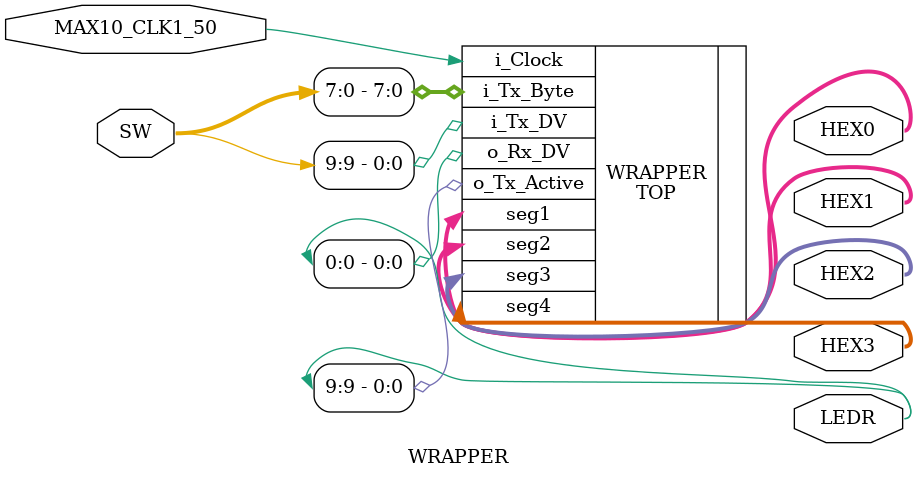
<source format=v>
module WRAPPER(
	input        MAX10_CLK1_50,
	input [9:0]  SW,
	output [9:0] LEDR,
	output [6:0] HEX0,
	output [6:0] HEX1,
	output [6:0] HEX2,
	output [6:0] HEX3

);

TOP WRAPPER(
	.i_Clock(MAX10_CLK1_50),
   .i_Tx_DV(SW[9]),
   .i_Tx_Byte(SW[7:0]),
   .o_Tx_Active(LEDR[9]),
	.o_Rx_DV(LEDR[0]),
	.seg1(HEX0),
	.seg2(HEX1),
	.seg3(HEX2),
	.seg4(HEX3)
);

endmodule



</source>
